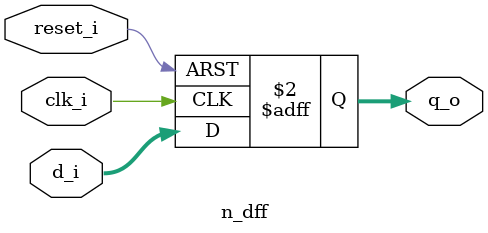
<source format=v>
`timescale 1ns/1ps

module n_dff
    #(
        parameter N_BITS = 8 // data bits
    )
    (
        input wire clk_i,            // clock
        input wire reset_i,          // reset
        input wire [N_BITS-1:0] d_i, // input data
        output reg [N_BITS-1:0]  q_o // output data
    );

    always @(posedge clk_i or posedge reset_i) begin
        if (reset_i) begin
            q_o <= 1'b0;
        end else begin
            q_o <= d_i;
        end
    end

endmodule

</source>
